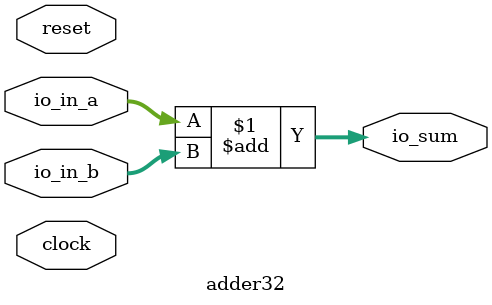
<source format=v>
module adder32(
  input         clock,
  input         reset,
  input  [31:0] io_in_a,
  input  [31:0] io_in_b,
  output [32:0] io_sum
);
  assign io_sum = io_in_a + io_in_b; // @[adder32.scala 16:23]
endmodule

</source>
